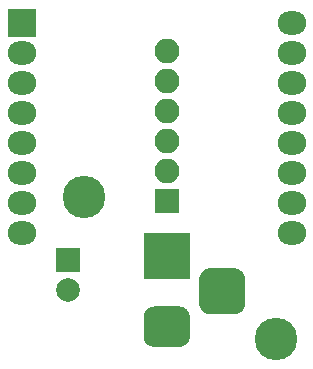
<source format=gbs>
G04 #@! TF.GenerationSoftware,KiCad,Pcbnew,(5.0.0-rc2-dev-158-g52ab6216c)*
G04 #@! TF.CreationDate,2018-07-05T01:37:53+02:00*
G04 #@! TF.ProjectId,7seg-clock,377365672D636C6F636B2E6B69636164,rev?*
G04 #@! TF.SameCoordinates,Original*
G04 #@! TF.FileFunction,Soldermask,Bot*
G04 #@! TF.FilePolarity,Negative*
%FSLAX46Y46*%
G04 Gerber Fmt 4.6, Leading zero omitted, Abs format (unit mm)*
G04 Created by KiCad (PCBNEW (5.0.0-rc2-dev-158-g52ab6216c)) date 07/05/18 01:37:53*
%MOMM*%
%LPD*%
G01*
G04 APERTURE LIST*
%ADD10C,3.600000*%
%ADD11R,2.000000X2.000000*%
%ADD12C,2.000000*%
%ADD13R,3.900000X3.900000*%
%ADD14C,0.100000*%
%ADD15C,3.400000*%
%ADD16C,3.900000*%
%ADD17R,2.100000X2.100000*%
%ADD18O,2.100000X2.100000*%
%ADD19O,2.400000X2.000000*%
%ADD20R,2.400000X2.400000*%
G04 APERTURE END LIST*
D10*
X135500000Y-119250000D03*
D11*
X134100000Y-124600000D03*
D12*
X134100000Y-127100000D03*
D13*
X142500000Y-124200000D03*
D14*
G36*
X143683315Y-128504093D02*
X143765827Y-128516333D01*
X143846742Y-128536601D01*
X143925281Y-128564702D01*
X144000687Y-128600367D01*
X144072235Y-128643251D01*
X144139234Y-128692941D01*
X144201041Y-128748959D01*
X144257059Y-128810766D01*
X144306749Y-128877765D01*
X144349633Y-128949313D01*
X144385298Y-129024719D01*
X144413399Y-129103258D01*
X144433667Y-129184173D01*
X144445907Y-129266685D01*
X144450000Y-129350000D01*
X144450000Y-131050000D01*
X144445907Y-131133315D01*
X144433667Y-131215827D01*
X144413399Y-131296742D01*
X144385298Y-131375281D01*
X144349633Y-131450687D01*
X144306749Y-131522235D01*
X144257059Y-131589234D01*
X144201041Y-131651041D01*
X144139234Y-131707059D01*
X144072235Y-131756749D01*
X144000687Y-131799633D01*
X143925281Y-131835298D01*
X143846742Y-131863399D01*
X143765827Y-131883667D01*
X143683315Y-131895907D01*
X143600000Y-131900000D01*
X141400000Y-131900000D01*
X141316685Y-131895907D01*
X141234173Y-131883667D01*
X141153258Y-131863399D01*
X141074719Y-131835298D01*
X140999313Y-131799633D01*
X140927765Y-131756749D01*
X140860766Y-131707059D01*
X140798959Y-131651041D01*
X140742941Y-131589234D01*
X140693251Y-131522235D01*
X140650367Y-131450687D01*
X140614702Y-131375281D01*
X140586601Y-131296742D01*
X140566333Y-131215827D01*
X140554093Y-131133315D01*
X140550000Y-131050000D01*
X140550000Y-129350000D01*
X140554093Y-129266685D01*
X140566333Y-129184173D01*
X140586601Y-129103258D01*
X140614702Y-129024719D01*
X140650367Y-128949313D01*
X140693251Y-128877765D01*
X140742941Y-128810766D01*
X140798959Y-128748959D01*
X140860766Y-128692941D01*
X140927765Y-128643251D01*
X140999313Y-128600367D01*
X141074719Y-128564702D01*
X141153258Y-128536601D01*
X141234173Y-128516333D01*
X141316685Y-128504093D01*
X141400000Y-128500000D01*
X143600000Y-128500000D01*
X143683315Y-128504093D01*
X143683315Y-128504093D01*
G37*
D15*
X142500000Y-130200000D03*
D14*
G36*
X148270567Y-125254695D02*
X148365213Y-125268734D01*
X148458028Y-125291983D01*
X148548116Y-125324217D01*
X148634612Y-125365127D01*
X148716681Y-125414317D01*
X148793533Y-125471315D01*
X148864429Y-125535571D01*
X148928685Y-125606467D01*
X148985683Y-125683319D01*
X149034873Y-125765388D01*
X149075783Y-125851884D01*
X149108017Y-125941972D01*
X149131266Y-126034787D01*
X149145305Y-126129433D01*
X149150000Y-126225000D01*
X149150000Y-128175000D01*
X149145305Y-128270567D01*
X149131266Y-128365213D01*
X149108017Y-128458028D01*
X149075783Y-128548116D01*
X149034873Y-128634612D01*
X148985683Y-128716681D01*
X148928685Y-128793533D01*
X148864429Y-128864429D01*
X148793533Y-128928685D01*
X148716681Y-128985683D01*
X148634612Y-129034873D01*
X148548116Y-129075783D01*
X148458028Y-129108017D01*
X148365213Y-129131266D01*
X148270567Y-129145305D01*
X148175000Y-129150000D01*
X146225000Y-129150000D01*
X146129433Y-129145305D01*
X146034787Y-129131266D01*
X145941972Y-129108017D01*
X145851884Y-129075783D01*
X145765388Y-129034873D01*
X145683319Y-128985683D01*
X145606467Y-128928685D01*
X145535571Y-128864429D01*
X145471315Y-128793533D01*
X145414317Y-128716681D01*
X145365127Y-128634612D01*
X145324217Y-128548116D01*
X145291983Y-128458028D01*
X145268734Y-128365213D01*
X145254695Y-128270567D01*
X145250000Y-128175000D01*
X145250000Y-126225000D01*
X145254695Y-126129433D01*
X145268734Y-126034787D01*
X145291983Y-125941972D01*
X145324217Y-125851884D01*
X145365127Y-125765388D01*
X145414317Y-125683319D01*
X145471315Y-125606467D01*
X145535571Y-125535571D01*
X145606467Y-125471315D01*
X145683319Y-125414317D01*
X145765388Y-125365127D01*
X145851884Y-125324217D01*
X145941972Y-125291983D01*
X146034787Y-125268734D01*
X146129433Y-125254695D01*
X146225000Y-125250000D01*
X148175000Y-125250000D01*
X148270567Y-125254695D01*
X148270567Y-125254695D01*
G37*
D16*
X147200000Y-127200000D03*
D17*
X142500000Y-119600000D03*
D18*
X142500000Y-117060000D03*
X142500000Y-114520000D03*
X142500000Y-111980000D03*
X142500000Y-109440000D03*
X142500000Y-106900000D03*
D19*
X130215001Y-107010001D03*
D20*
X130215001Y-104470001D03*
D19*
X130215001Y-109550001D03*
X130215001Y-112090001D03*
X130215001Y-114630001D03*
X130215001Y-117170001D03*
X130215001Y-119710001D03*
X130215001Y-122250001D03*
X153075001Y-122250001D03*
X153075001Y-119710001D03*
X153075001Y-117170001D03*
X153075001Y-114630001D03*
X153075001Y-112090001D03*
X153075001Y-109550001D03*
X153075001Y-107010001D03*
X153075001Y-104470001D03*
D10*
X151750000Y-131250000D03*
M02*

</source>
